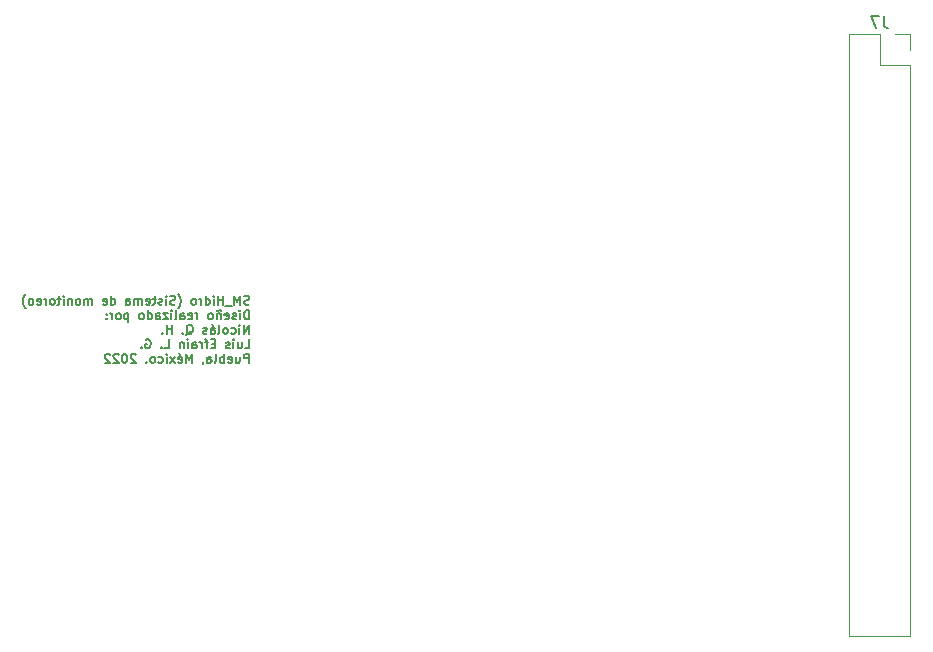
<source format=gbr>
%TF.GenerationSoftware,KiCad,Pcbnew,(6.0.2)*%
%TF.CreationDate,2022-06-23T10:44:52-05:00*%
%TF.ProjectId,ESP32,45535033-322e-46b6-9963-61645f706362,rev?*%
%TF.SameCoordinates,Original*%
%TF.FileFunction,Legend,Bot*%
%TF.FilePolarity,Positive*%
%FSLAX46Y46*%
G04 Gerber Fmt 4.6, Leading zero omitted, Abs format (unit mm)*
G04 Created by KiCad (PCBNEW (6.0.2)) date 2022-06-23 10:44:52*
%MOMM*%
%LPD*%
G01*
G04 APERTURE LIST*
%ADD10C,0.127000*%
%ADD11C,0.150000*%
%ADD12C,0.120000*%
G04 APERTURE END LIST*
D10*
X60022301Y-51304795D02*
X59913444Y-51341081D01*
X59732015Y-51341081D01*
X59659444Y-51304795D01*
X59623158Y-51268509D01*
X59586872Y-51195938D01*
X59586872Y-51123367D01*
X59623158Y-51050795D01*
X59659444Y-51014509D01*
X59732015Y-50978224D01*
X59877158Y-50941938D01*
X59949729Y-50905652D01*
X59986015Y-50869367D01*
X60022301Y-50796795D01*
X60022301Y-50724224D01*
X59986015Y-50651652D01*
X59949729Y-50615367D01*
X59877158Y-50579081D01*
X59695729Y-50579081D01*
X59586872Y-50615367D01*
X59260301Y-51341081D02*
X59260301Y-50579081D01*
X59006301Y-51123367D01*
X58752301Y-50579081D01*
X58752301Y-51341081D01*
X58570872Y-51413652D02*
X57990301Y-51413652D01*
X57808872Y-51341081D02*
X57808872Y-50579081D01*
X57808872Y-50941938D02*
X57373444Y-50941938D01*
X57373444Y-51341081D02*
X57373444Y-50579081D01*
X57010586Y-51341081D02*
X57010586Y-50833081D01*
X57010586Y-50579081D02*
X57046872Y-50615367D01*
X57010586Y-50651652D01*
X56974301Y-50615367D01*
X57010586Y-50579081D01*
X57010586Y-50651652D01*
X56321158Y-51341081D02*
X56321158Y-50579081D01*
X56321158Y-51304795D02*
X56393729Y-51341081D01*
X56538872Y-51341081D01*
X56611444Y-51304795D01*
X56647729Y-51268509D01*
X56684015Y-51195938D01*
X56684015Y-50978224D01*
X56647729Y-50905652D01*
X56611444Y-50869367D01*
X56538872Y-50833081D01*
X56393729Y-50833081D01*
X56321158Y-50869367D01*
X55958301Y-51341081D02*
X55958301Y-50833081D01*
X55958301Y-50978224D02*
X55922015Y-50905652D01*
X55885729Y-50869367D01*
X55813158Y-50833081D01*
X55740586Y-50833081D01*
X55377729Y-51341081D02*
X55450301Y-51304795D01*
X55486586Y-51268509D01*
X55522872Y-51195938D01*
X55522872Y-50978224D01*
X55486586Y-50905652D01*
X55450301Y-50869367D01*
X55377729Y-50833081D01*
X55268872Y-50833081D01*
X55196301Y-50869367D01*
X55160015Y-50905652D01*
X55123729Y-50978224D01*
X55123729Y-51195938D01*
X55160015Y-51268509D01*
X55196301Y-51304795D01*
X55268872Y-51341081D01*
X55377729Y-51341081D01*
X53998872Y-51631367D02*
X54035158Y-51595081D01*
X54107729Y-51486224D01*
X54144015Y-51413652D01*
X54180301Y-51304795D01*
X54216586Y-51123367D01*
X54216586Y-50978224D01*
X54180301Y-50796795D01*
X54144015Y-50687938D01*
X54107729Y-50615367D01*
X54035158Y-50506509D01*
X53998872Y-50470224D01*
X53744872Y-51304795D02*
X53636015Y-51341081D01*
X53454586Y-51341081D01*
X53382015Y-51304795D01*
X53345729Y-51268509D01*
X53309444Y-51195938D01*
X53309444Y-51123367D01*
X53345729Y-51050795D01*
X53382015Y-51014509D01*
X53454586Y-50978224D01*
X53599729Y-50941938D01*
X53672301Y-50905652D01*
X53708586Y-50869367D01*
X53744872Y-50796795D01*
X53744872Y-50724224D01*
X53708586Y-50651652D01*
X53672301Y-50615367D01*
X53599729Y-50579081D01*
X53418301Y-50579081D01*
X53309444Y-50615367D01*
X52982872Y-51341081D02*
X52982872Y-50833081D01*
X52982872Y-50579081D02*
X53019158Y-50615367D01*
X52982872Y-50651652D01*
X52946586Y-50615367D01*
X52982872Y-50579081D01*
X52982872Y-50651652D01*
X52656301Y-51304795D02*
X52583729Y-51341081D01*
X52438586Y-51341081D01*
X52366015Y-51304795D01*
X52329729Y-51232224D01*
X52329729Y-51195938D01*
X52366015Y-51123367D01*
X52438586Y-51087081D01*
X52547444Y-51087081D01*
X52620015Y-51050795D01*
X52656301Y-50978224D01*
X52656301Y-50941938D01*
X52620015Y-50869367D01*
X52547444Y-50833081D01*
X52438586Y-50833081D01*
X52366015Y-50869367D01*
X52112015Y-50833081D02*
X51821729Y-50833081D01*
X52003158Y-50579081D02*
X52003158Y-51232224D01*
X51966872Y-51304795D01*
X51894301Y-51341081D01*
X51821729Y-51341081D01*
X51277444Y-51304795D02*
X51350015Y-51341081D01*
X51495158Y-51341081D01*
X51567729Y-51304795D01*
X51604015Y-51232224D01*
X51604015Y-50941938D01*
X51567729Y-50869367D01*
X51495158Y-50833081D01*
X51350015Y-50833081D01*
X51277444Y-50869367D01*
X51241158Y-50941938D01*
X51241158Y-51014509D01*
X51604015Y-51087081D01*
X50914586Y-51341081D02*
X50914586Y-50833081D01*
X50914586Y-50905652D02*
X50878301Y-50869367D01*
X50805729Y-50833081D01*
X50696872Y-50833081D01*
X50624301Y-50869367D01*
X50588015Y-50941938D01*
X50588015Y-51341081D01*
X50588015Y-50941938D02*
X50551729Y-50869367D01*
X50479158Y-50833081D01*
X50370301Y-50833081D01*
X50297729Y-50869367D01*
X50261444Y-50941938D01*
X50261444Y-51341081D01*
X49572015Y-51341081D02*
X49572015Y-50941938D01*
X49608301Y-50869367D01*
X49680872Y-50833081D01*
X49826015Y-50833081D01*
X49898586Y-50869367D01*
X49572015Y-51304795D02*
X49644586Y-51341081D01*
X49826015Y-51341081D01*
X49898586Y-51304795D01*
X49934872Y-51232224D01*
X49934872Y-51159652D01*
X49898586Y-51087081D01*
X49826015Y-51050795D01*
X49644586Y-51050795D01*
X49572015Y-51014509D01*
X48302015Y-51341081D02*
X48302015Y-50579081D01*
X48302015Y-51304795D02*
X48374586Y-51341081D01*
X48519729Y-51341081D01*
X48592301Y-51304795D01*
X48628586Y-51268509D01*
X48664872Y-51195938D01*
X48664872Y-50978224D01*
X48628586Y-50905652D01*
X48592301Y-50869367D01*
X48519729Y-50833081D01*
X48374586Y-50833081D01*
X48302015Y-50869367D01*
X47648872Y-51304795D02*
X47721444Y-51341081D01*
X47866586Y-51341081D01*
X47939158Y-51304795D01*
X47975444Y-51232224D01*
X47975444Y-50941938D01*
X47939158Y-50869367D01*
X47866586Y-50833081D01*
X47721444Y-50833081D01*
X47648872Y-50869367D01*
X47612586Y-50941938D01*
X47612586Y-51014509D01*
X47975444Y-51087081D01*
X46705444Y-51341081D02*
X46705444Y-50833081D01*
X46705444Y-50905652D02*
X46669158Y-50869367D01*
X46596586Y-50833081D01*
X46487729Y-50833081D01*
X46415158Y-50869367D01*
X46378872Y-50941938D01*
X46378872Y-51341081D01*
X46378872Y-50941938D02*
X46342586Y-50869367D01*
X46270015Y-50833081D01*
X46161158Y-50833081D01*
X46088586Y-50869367D01*
X46052301Y-50941938D01*
X46052301Y-51341081D01*
X45580586Y-51341081D02*
X45653158Y-51304795D01*
X45689444Y-51268509D01*
X45725729Y-51195938D01*
X45725729Y-50978224D01*
X45689444Y-50905652D01*
X45653158Y-50869367D01*
X45580586Y-50833081D01*
X45471729Y-50833081D01*
X45399158Y-50869367D01*
X45362872Y-50905652D01*
X45326586Y-50978224D01*
X45326586Y-51195938D01*
X45362872Y-51268509D01*
X45399158Y-51304795D01*
X45471729Y-51341081D01*
X45580586Y-51341081D01*
X45000015Y-50833081D02*
X45000015Y-51341081D01*
X45000015Y-50905652D02*
X44963729Y-50869367D01*
X44891158Y-50833081D01*
X44782301Y-50833081D01*
X44709729Y-50869367D01*
X44673444Y-50941938D01*
X44673444Y-51341081D01*
X44310586Y-51341081D02*
X44310586Y-50833081D01*
X44310586Y-50579081D02*
X44346872Y-50615367D01*
X44310586Y-50651652D01*
X44274301Y-50615367D01*
X44310586Y-50579081D01*
X44310586Y-50651652D01*
X44056586Y-50833081D02*
X43766301Y-50833081D01*
X43947729Y-50579081D02*
X43947729Y-51232224D01*
X43911444Y-51304795D01*
X43838872Y-51341081D01*
X43766301Y-51341081D01*
X43403444Y-51341081D02*
X43476015Y-51304795D01*
X43512301Y-51268509D01*
X43548586Y-51195938D01*
X43548586Y-50978224D01*
X43512301Y-50905652D01*
X43476015Y-50869367D01*
X43403444Y-50833081D01*
X43294586Y-50833081D01*
X43222015Y-50869367D01*
X43185729Y-50905652D01*
X43149444Y-50978224D01*
X43149444Y-51195938D01*
X43185729Y-51268509D01*
X43222015Y-51304795D01*
X43294586Y-51341081D01*
X43403444Y-51341081D01*
X42822872Y-51341081D02*
X42822872Y-50833081D01*
X42822872Y-50978224D02*
X42786586Y-50905652D01*
X42750301Y-50869367D01*
X42677729Y-50833081D01*
X42605158Y-50833081D01*
X42060872Y-51304795D02*
X42133444Y-51341081D01*
X42278586Y-51341081D01*
X42351158Y-51304795D01*
X42387444Y-51232224D01*
X42387444Y-50941938D01*
X42351158Y-50869367D01*
X42278586Y-50833081D01*
X42133444Y-50833081D01*
X42060872Y-50869367D01*
X42024586Y-50941938D01*
X42024586Y-51014509D01*
X42387444Y-51087081D01*
X41589158Y-51341081D02*
X41661729Y-51304795D01*
X41698015Y-51268509D01*
X41734301Y-51195938D01*
X41734301Y-50978224D01*
X41698015Y-50905652D01*
X41661729Y-50869367D01*
X41589158Y-50833081D01*
X41480301Y-50833081D01*
X41407729Y-50869367D01*
X41371444Y-50905652D01*
X41335158Y-50978224D01*
X41335158Y-51195938D01*
X41371444Y-51268509D01*
X41407729Y-51304795D01*
X41480301Y-51341081D01*
X41589158Y-51341081D01*
X41081158Y-51631367D02*
X41044872Y-51595081D01*
X40972301Y-51486224D01*
X40936015Y-51413652D01*
X40899729Y-51304795D01*
X40863444Y-51123367D01*
X40863444Y-50978224D01*
X40899729Y-50796795D01*
X40936015Y-50687938D01*
X40972301Y-50615367D01*
X41044872Y-50506509D01*
X41081158Y-50470224D01*
X59986015Y-52567901D02*
X59986015Y-51805901D01*
X59804586Y-51805901D01*
X59695729Y-51842187D01*
X59623158Y-51914758D01*
X59586872Y-51987329D01*
X59550586Y-52132472D01*
X59550586Y-52241329D01*
X59586872Y-52386472D01*
X59623158Y-52459044D01*
X59695729Y-52531615D01*
X59804586Y-52567901D01*
X59986015Y-52567901D01*
X59224015Y-52567901D02*
X59224015Y-52059901D01*
X59224015Y-51805901D02*
X59260301Y-51842187D01*
X59224015Y-51878472D01*
X59187729Y-51842187D01*
X59224015Y-51805901D01*
X59224015Y-51878472D01*
X58897444Y-52531615D02*
X58824872Y-52567901D01*
X58679729Y-52567901D01*
X58607158Y-52531615D01*
X58570872Y-52459044D01*
X58570872Y-52422758D01*
X58607158Y-52350187D01*
X58679729Y-52313901D01*
X58788586Y-52313901D01*
X58861158Y-52277615D01*
X58897444Y-52205044D01*
X58897444Y-52168758D01*
X58861158Y-52096187D01*
X58788586Y-52059901D01*
X58679729Y-52059901D01*
X58607158Y-52096187D01*
X57954015Y-52531615D02*
X58026586Y-52567901D01*
X58171729Y-52567901D01*
X58244301Y-52531615D01*
X58280586Y-52459044D01*
X58280586Y-52168758D01*
X58244301Y-52096187D01*
X58171729Y-52059901D01*
X58026586Y-52059901D01*
X57954015Y-52096187D01*
X57917729Y-52168758D01*
X57917729Y-52241329D01*
X58280586Y-52313901D01*
X57591158Y-52059901D02*
X57591158Y-52567901D01*
X57591158Y-52132472D02*
X57554872Y-52096187D01*
X57482301Y-52059901D01*
X57373444Y-52059901D01*
X57300872Y-52096187D01*
X57264586Y-52168758D01*
X57264586Y-52567901D01*
X57627444Y-51878472D02*
X57591158Y-51842187D01*
X57518586Y-51805901D01*
X57373444Y-51878472D01*
X57300872Y-51842187D01*
X57264586Y-51805901D01*
X56792872Y-52567901D02*
X56865444Y-52531615D01*
X56901729Y-52495329D01*
X56938015Y-52422758D01*
X56938015Y-52205044D01*
X56901729Y-52132472D01*
X56865444Y-52096187D01*
X56792872Y-52059901D01*
X56684015Y-52059901D01*
X56611444Y-52096187D01*
X56575158Y-52132472D01*
X56538872Y-52205044D01*
X56538872Y-52422758D01*
X56575158Y-52495329D01*
X56611444Y-52531615D01*
X56684015Y-52567901D01*
X56792872Y-52567901D01*
X55631729Y-52567901D02*
X55631729Y-52059901D01*
X55631729Y-52205044D02*
X55595444Y-52132472D01*
X55559158Y-52096187D01*
X55486586Y-52059901D01*
X55414015Y-52059901D01*
X54869729Y-52531615D02*
X54942301Y-52567901D01*
X55087444Y-52567901D01*
X55160015Y-52531615D01*
X55196301Y-52459044D01*
X55196301Y-52168758D01*
X55160015Y-52096187D01*
X55087444Y-52059901D01*
X54942301Y-52059901D01*
X54869729Y-52096187D01*
X54833444Y-52168758D01*
X54833444Y-52241329D01*
X55196301Y-52313901D01*
X54180301Y-52567901D02*
X54180301Y-52168758D01*
X54216586Y-52096187D01*
X54289158Y-52059901D01*
X54434301Y-52059901D01*
X54506872Y-52096187D01*
X54180301Y-52531615D02*
X54252872Y-52567901D01*
X54434301Y-52567901D01*
X54506872Y-52531615D01*
X54543158Y-52459044D01*
X54543158Y-52386472D01*
X54506872Y-52313901D01*
X54434301Y-52277615D01*
X54252872Y-52277615D01*
X54180301Y-52241329D01*
X53708586Y-52567901D02*
X53781158Y-52531615D01*
X53817444Y-52459044D01*
X53817444Y-51805901D01*
X53418301Y-52567901D02*
X53418301Y-52059901D01*
X53418301Y-51805901D02*
X53454586Y-51842187D01*
X53418301Y-51878472D01*
X53382015Y-51842187D01*
X53418301Y-51805901D01*
X53418301Y-51878472D01*
X53128015Y-52059901D02*
X52728872Y-52059901D01*
X53128015Y-52567901D01*
X52728872Y-52567901D01*
X52112015Y-52567901D02*
X52112015Y-52168758D01*
X52148301Y-52096187D01*
X52220872Y-52059901D01*
X52366015Y-52059901D01*
X52438586Y-52096187D01*
X52112015Y-52531615D02*
X52184586Y-52567901D01*
X52366015Y-52567901D01*
X52438586Y-52531615D01*
X52474872Y-52459044D01*
X52474872Y-52386472D01*
X52438586Y-52313901D01*
X52366015Y-52277615D01*
X52184586Y-52277615D01*
X52112015Y-52241329D01*
X51422586Y-52567901D02*
X51422586Y-51805901D01*
X51422586Y-52531615D02*
X51495158Y-52567901D01*
X51640301Y-52567901D01*
X51712872Y-52531615D01*
X51749158Y-52495329D01*
X51785444Y-52422758D01*
X51785444Y-52205044D01*
X51749158Y-52132472D01*
X51712872Y-52096187D01*
X51640301Y-52059901D01*
X51495158Y-52059901D01*
X51422586Y-52096187D01*
X50950872Y-52567901D02*
X51023444Y-52531615D01*
X51059729Y-52495329D01*
X51096015Y-52422758D01*
X51096015Y-52205044D01*
X51059729Y-52132472D01*
X51023444Y-52096187D01*
X50950872Y-52059901D01*
X50842015Y-52059901D01*
X50769444Y-52096187D01*
X50733158Y-52132472D01*
X50696872Y-52205044D01*
X50696872Y-52422758D01*
X50733158Y-52495329D01*
X50769444Y-52531615D01*
X50842015Y-52567901D01*
X50950872Y-52567901D01*
X49789729Y-52059901D02*
X49789729Y-52821901D01*
X49789729Y-52096187D02*
X49717158Y-52059901D01*
X49572015Y-52059901D01*
X49499444Y-52096187D01*
X49463158Y-52132472D01*
X49426872Y-52205044D01*
X49426872Y-52422758D01*
X49463158Y-52495329D01*
X49499444Y-52531615D01*
X49572015Y-52567901D01*
X49717158Y-52567901D01*
X49789729Y-52531615D01*
X48991444Y-52567901D02*
X49064015Y-52531615D01*
X49100301Y-52495329D01*
X49136586Y-52422758D01*
X49136586Y-52205044D01*
X49100301Y-52132472D01*
X49064015Y-52096187D01*
X48991444Y-52059901D01*
X48882586Y-52059901D01*
X48810015Y-52096187D01*
X48773729Y-52132472D01*
X48737444Y-52205044D01*
X48737444Y-52422758D01*
X48773729Y-52495329D01*
X48810015Y-52531615D01*
X48882586Y-52567901D01*
X48991444Y-52567901D01*
X48410872Y-52567901D02*
X48410872Y-52059901D01*
X48410872Y-52205044D02*
X48374586Y-52132472D01*
X48338301Y-52096187D01*
X48265729Y-52059901D01*
X48193158Y-52059901D01*
X47939158Y-52495329D02*
X47902872Y-52531615D01*
X47939158Y-52567901D01*
X47975444Y-52531615D01*
X47939158Y-52495329D01*
X47939158Y-52567901D01*
X47939158Y-52096187D02*
X47902872Y-52132472D01*
X47939158Y-52168758D01*
X47975444Y-52132472D01*
X47939158Y-52096187D01*
X47939158Y-52168758D01*
X59986015Y-53794721D02*
X59986015Y-53032721D01*
X59550586Y-53794721D01*
X59550586Y-53032721D01*
X59187729Y-53794721D02*
X59187729Y-53286721D01*
X59187729Y-53032721D02*
X59224015Y-53069007D01*
X59187729Y-53105292D01*
X59151444Y-53069007D01*
X59187729Y-53032721D01*
X59187729Y-53105292D01*
X58498301Y-53758435D02*
X58570872Y-53794721D01*
X58716015Y-53794721D01*
X58788586Y-53758435D01*
X58824872Y-53722149D01*
X58861158Y-53649578D01*
X58861158Y-53431864D01*
X58824872Y-53359292D01*
X58788586Y-53323007D01*
X58716015Y-53286721D01*
X58570872Y-53286721D01*
X58498301Y-53323007D01*
X58062872Y-53794721D02*
X58135444Y-53758435D01*
X58171729Y-53722149D01*
X58208015Y-53649578D01*
X58208015Y-53431864D01*
X58171729Y-53359292D01*
X58135444Y-53323007D01*
X58062872Y-53286721D01*
X57954015Y-53286721D01*
X57881444Y-53323007D01*
X57845158Y-53359292D01*
X57808872Y-53431864D01*
X57808872Y-53649578D01*
X57845158Y-53722149D01*
X57881444Y-53758435D01*
X57954015Y-53794721D01*
X58062872Y-53794721D01*
X57373444Y-53794721D02*
X57446015Y-53758435D01*
X57482301Y-53685864D01*
X57482301Y-53032721D01*
X56756586Y-53794721D02*
X56756586Y-53395578D01*
X56792872Y-53323007D01*
X56865444Y-53286721D01*
X57010586Y-53286721D01*
X57083158Y-53323007D01*
X56756586Y-53758435D02*
X56829158Y-53794721D01*
X57010586Y-53794721D01*
X57083158Y-53758435D01*
X57119444Y-53685864D01*
X57119444Y-53613292D01*
X57083158Y-53540721D01*
X57010586Y-53504435D01*
X56829158Y-53504435D01*
X56756586Y-53468149D01*
X56865444Y-52996435D02*
X56974301Y-53105292D01*
X56430015Y-53758435D02*
X56357444Y-53794721D01*
X56212301Y-53794721D01*
X56139729Y-53758435D01*
X56103444Y-53685864D01*
X56103444Y-53649578D01*
X56139729Y-53577007D01*
X56212301Y-53540721D01*
X56321158Y-53540721D01*
X56393729Y-53504435D01*
X56430015Y-53431864D01*
X56430015Y-53395578D01*
X56393729Y-53323007D01*
X56321158Y-53286721D01*
X56212301Y-53286721D01*
X56139729Y-53323007D01*
X54688301Y-53867292D02*
X54760872Y-53831007D01*
X54833444Y-53758435D01*
X54942301Y-53649578D01*
X55014872Y-53613292D01*
X55087444Y-53613292D01*
X55051158Y-53794721D02*
X55123729Y-53758435D01*
X55196301Y-53685864D01*
X55232586Y-53540721D01*
X55232586Y-53286721D01*
X55196301Y-53141578D01*
X55123729Y-53069007D01*
X55051158Y-53032721D01*
X54906015Y-53032721D01*
X54833444Y-53069007D01*
X54760872Y-53141578D01*
X54724586Y-53286721D01*
X54724586Y-53540721D01*
X54760872Y-53685864D01*
X54833444Y-53758435D01*
X54906015Y-53794721D01*
X55051158Y-53794721D01*
X54398015Y-53722149D02*
X54361729Y-53758435D01*
X54398015Y-53794721D01*
X54434301Y-53758435D01*
X54398015Y-53722149D01*
X54398015Y-53794721D01*
X53454586Y-53794721D02*
X53454586Y-53032721D01*
X53454586Y-53395578D02*
X53019158Y-53395578D01*
X53019158Y-53794721D02*
X53019158Y-53032721D01*
X52656301Y-53722149D02*
X52620015Y-53758435D01*
X52656301Y-53794721D01*
X52692586Y-53758435D01*
X52656301Y-53722149D01*
X52656301Y-53794721D01*
X59623158Y-55021541D02*
X59986015Y-55021541D01*
X59986015Y-54259541D01*
X59042586Y-54513541D02*
X59042586Y-55021541D01*
X59369158Y-54513541D02*
X59369158Y-54912684D01*
X59332872Y-54985255D01*
X59260301Y-55021541D01*
X59151444Y-55021541D01*
X59078872Y-54985255D01*
X59042586Y-54948969D01*
X58679729Y-55021541D02*
X58679729Y-54513541D01*
X58679729Y-54259541D02*
X58716015Y-54295827D01*
X58679729Y-54332112D01*
X58643444Y-54295827D01*
X58679729Y-54259541D01*
X58679729Y-54332112D01*
X58353158Y-54985255D02*
X58280586Y-55021541D01*
X58135444Y-55021541D01*
X58062872Y-54985255D01*
X58026586Y-54912684D01*
X58026586Y-54876398D01*
X58062872Y-54803827D01*
X58135444Y-54767541D01*
X58244301Y-54767541D01*
X58316872Y-54731255D01*
X58353158Y-54658684D01*
X58353158Y-54622398D01*
X58316872Y-54549827D01*
X58244301Y-54513541D01*
X58135444Y-54513541D01*
X58062872Y-54549827D01*
X57119444Y-54622398D02*
X56865444Y-54622398D01*
X56756586Y-55021541D02*
X57119444Y-55021541D01*
X57119444Y-54259541D01*
X56756586Y-54259541D01*
X56538872Y-54513541D02*
X56248586Y-54513541D01*
X56430015Y-55021541D02*
X56430015Y-54368398D01*
X56393729Y-54295827D01*
X56321158Y-54259541D01*
X56248586Y-54259541D01*
X55994586Y-55021541D02*
X55994586Y-54513541D01*
X55994586Y-54658684D02*
X55958301Y-54586112D01*
X55922015Y-54549827D01*
X55849444Y-54513541D01*
X55776872Y-54513541D01*
X55196301Y-55021541D02*
X55196301Y-54622398D01*
X55232586Y-54549827D01*
X55305158Y-54513541D01*
X55450301Y-54513541D01*
X55522872Y-54549827D01*
X55196301Y-54985255D02*
X55268872Y-55021541D01*
X55450301Y-55021541D01*
X55522872Y-54985255D01*
X55559158Y-54912684D01*
X55559158Y-54840112D01*
X55522872Y-54767541D01*
X55450301Y-54731255D01*
X55268872Y-54731255D01*
X55196301Y-54694969D01*
X54833443Y-55021541D02*
X54833443Y-54513541D01*
X54760872Y-54223255D02*
X54869729Y-54332112D01*
X54470586Y-54513541D02*
X54470586Y-55021541D01*
X54470586Y-54586112D02*
X54434301Y-54549827D01*
X54361729Y-54513541D01*
X54252872Y-54513541D01*
X54180301Y-54549827D01*
X54144015Y-54622398D01*
X54144015Y-55021541D01*
X52837729Y-55021541D02*
X53200586Y-55021541D01*
X53200586Y-54259541D01*
X52583729Y-54948969D02*
X52547443Y-54985255D01*
X52583729Y-55021541D01*
X52620015Y-54985255D01*
X52583729Y-54948969D01*
X52583729Y-55021541D01*
X51241158Y-54295827D02*
X51313729Y-54259541D01*
X51422586Y-54259541D01*
X51531443Y-54295827D01*
X51604015Y-54368398D01*
X51640301Y-54440969D01*
X51676586Y-54586112D01*
X51676586Y-54694969D01*
X51640301Y-54840112D01*
X51604015Y-54912684D01*
X51531443Y-54985255D01*
X51422586Y-55021541D01*
X51350015Y-55021541D01*
X51241158Y-54985255D01*
X51204872Y-54948969D01*
X51204872Y-54694969D01*
X51350015Y-54694969D01*
X50878301Y-54948969D02*
X50842015Y-54985255D01*
X50878301Y-55021541D01*
X50914586Y-54985255D01*
X50878301Y-54948969D01*
X50878301Y-55021541D01*
X59986015Y-56248361D02*
X59986015Y-55486361D01*
X59695729Y-55486361D01*
X59623158Y-55522647D01*
X59586872Y-55558932D01*
X59550586Y-55631504D01*
X59550586Y-55740361D01*
X59586872Y-55812932D01*
X59623158Y-55849218D01*
X59695729Y-55885504D01*
X59986015Y-55885504D01*
X58897444Y-55740361D02*
X58897444Y-56248361D01*
X59224015Y-55740361D02*
X59224015Y-56139504D01*
X59187729Y-56212075D01*
X59115158Y-56248361D01*
X59006301Y-56248361D01*
X58933729Y-56212075D01*
X58897444Y-56175789D01*
X58244301Y-56212075D02*
X58316872Y-56248361D01*
X58462015Y-56248361D01*
X58534586Y-56212075D01*
X58570872Y-56139504D01*
X58570872Y-55849218D01*
X58534586Y-55776647D01*
X58462015Y-55740361D01*
X58316872Y-55740361D01*
X58244301Y-55776647D01*
X58208015Y-55849218D01*
X58208015Y-55921789D01*
X58570872Y-55994361D01*
X57881444Y-56248361D02*
X57881444Y-55486361D01*
X57881444Y-55776647D02*
X57808872Y-55740361D01*
X57663729Y-55740361D01*
X57591158Y-55776647D01*
X57554872Y-55812932D01*
X57518586Y-55885504D01*
X57518586Y-56103218D01*
X57554872Y-56175789D01*
X57591158Y-56212075D01*
X57663729Y-56248361D01*
X57808872Y-56248361D01*
X57881444Y-56212075D01*
X57083158Y-56248361D02*
X57155729Y-56212075D01*
X57192015Y-56139504D01*
X57192015Y-55486361D01*
X56466301Y-56248361D02*
X56466301Y-55849218D01*
X56502586Y-55776647D01*
X56575158Y-55740361D01*
X56720301Y-55740361D01*
X56792872Y-55776647D01*
X56466301Y-56212075D02*
X56538872Y-56248361D01*
X56720301Y-56248361D01*
X56792872Y-56212075D01*
X56829158Y-56139504D01*
X56829158Y-56066932D01*
X56792872Y-55994361D01*
X56720301Y-55958075D01*
X56538872Y-55958075D01*
X56466301Y-55921789D01*
X56067158Y-56212075D02*
X56067158Y-56248361D01*
X56103444Y-56320932D01*
X56139729Y-56357218D01*
X55160015Y-56248361D02*
X55160015Y-55486361D01*
X54906015Y-56030647D01*
X54652015Y-55486361D01*
X54652015Y-56248361D01*
X53998872Y-56212075D02*
X54071444Y-56248361D01*
X54216586Y-56248361D01*
X54289158Y-56212075D01*
X54325444Y-56139504D01*
X54325444Y-55849218D01*
X54289158Y-55776647D01*
X54216586Y-55740361D01*
X54071444Y-55740361D01*
X53998872Y-55776647D01*
X53962586Y-55849218D01*
X53962586Y-55921789D01*
X54325444Y-55994361D01*
X54071444Y-55450075D02*
X54180301Y-55558932D01*
X53708586Y-56248361D02*
X53309444Y-55740361D01*
X53708586Y-55740361D02*
X53309444Y-56248361D01*
X53019158Y-56248361D02*
X53019158Y-55740361D01*
X53019158Y-55486361D02*
X53055444Y-55522647D01*
X53019158Y-55558932D01*
X52982872Y-55522647D01*
X53019158Y-55486361D01*
X53019158Y-55558932D01*
X52329729Y-56212075D02*
X52402301Y-56248361D01*
X52547444Y-56248361D01*
X52620015Y-56212075D01*
X52656301Y-56175789D01*
X52692586Y-56103218D01*
X52692586Y-55885504D01*
X52656301Y-55812932D01*
X52620015Y-55776647D01*
X52547444Y-55740361D01*
X52402301Y-55740361D01*
X52329729Y-55776647D01*
X51894301Y-56248361D02*
X51966872Y-56212075D01*
X52003158Y-56175789D01*
X52039444Y-56103218D01*
X52039444Y-55885504D01*
X52003158Y-55812932D01*
X51966872Y-55776647D01*
X51894301Y-55740361D01*
X51785444Y-55740361D01*
X51712872Y-55776647D01*
X51676586Y-55812932D01*
X51640301Y-55885504D01*
X51640301Y-56103218D01*
X51676586Y-56175789D01*
X51712872Y-56212075D01*
X51785444Y-56248361D01*
X51894301Y-56248361D01*
X51313729Y-56175789D02*
X51277444Y-56212075D01*
X51313729Y-56248361D01*
X51350015Y-56212075D01*
X51313729Y-56175789D01*
X51313729Y-56248361D01*
X50406586Y-55558932D02*
X50370301Y-55522647D01*
X50297729Y-55486361D01*
X50116301Y-55486361D01*
X50043729Y-55522647D01*
X50007444Y-55558932D01*
X49971158Y-55631504D01*
X49971158Y-55704075D01*
X50007444Y-55812932D01*
X50442872Y-56248361D01*
X49971158Y-56248361D01*
X49499444Y-55486361D02*
X49426872Y-55486361D01*
X49354301Y-55522647D01*
X49318015Y-55558932D01*
X49281729Y-55631504D01*
X49245444Y-55776647D01*
X49245444Y-55958075D01*
X49281729Y-56103218D01*
X49318015Y-56175789D01*
X49354301Y-56212075D01*
X49426872Y-56248361D01*
X49499444Y-56248361D01*
X49572015Y-56212075D01*
X49608301Y-56175789D01*
X49644586Y-56103218D01*
X49680872Y-55958075D01*
X49680872Y-55776647D01*
X49644586Y-55631504D01*
X49608301Y-55558932D01*
X49572015Y-55522647D01*
X49499444Y-55486361D01*
X48955158Y-55558932D02*
X48918872Y-55522647D01*
X48846301Y-55486361D01*
X48664872Y-55486361D01*
X48592301Y-55522647D01*
X48556015Y-55558932D01*
X48519729Y-55631504D01*
X48519729Y-55704075D01*
X48556015Y-55812932D01*
X48991444Y-56248361D01*
X48519729Y-56248361D01*
X48229444Y-55558932D02*
X48193158Y-55522647D01*
X48120586Y-55486361D01*
X47939158Y-55486361D01*
X47866586Y-55522647D01*
X47830301Y-55558932D01*
X47794015Y-55631504D01*
X47794015Y-55704075D01*
X47830301Y-55812932D01*
X48265729Y-56248361D01*
X47794015Y-56248361D01*
D11*
%TO.C,J7*%
X113738333Y-26897380D02*
X113738333Y-27611666D01*
X113785952Y-27754523D01*
X113881190Y-27849761D01*
X114024047Y-27897380D01*
X114119285Y-27897380D01*
X113357380Y-26897380D02*
X112690714Y-26897380D01*
X113119285Y-27897380D01*
D12*
X116005000Y-28445000D02*
X114675000Y-28445000D01*
X110805000Y-28445000D02*
X110805000Y-79365000D01*
X116005000Y-31045000D02*
X116005000Y-79365000D01*
X113405000Y-28445000D02*
X110805000Y-28445000D01*
X116005000Y-29775000D02*
X116005000Y-28445000D01*
X116005000Y-79365000D02*
X110805000Y-79365000D01*
X116005000Y-31045000D02*
X113405000Y-31045000D01*
X113405000Y-31045000D02*
X113405000Y-28445000D01*
%TD*%
M02*

</source>
